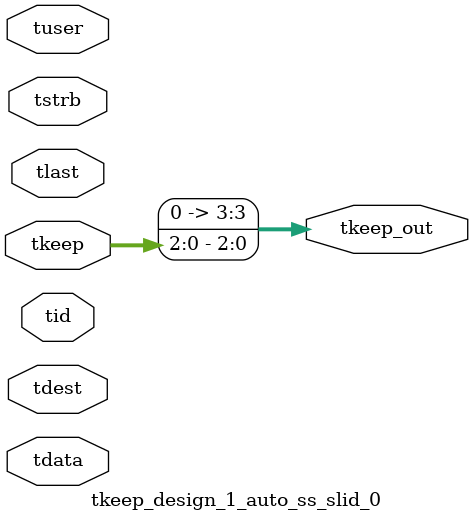
<source format=v>


`timescale 1ps/1ps

module tkeep_design_1_auto_ss_slid_0 #
(
parameter C_S_AXIS_TDATA_WIDTH = 32,
parameter C_S_AXIS_TUSER_WIDTH = 0,
parameter C_S_AXIS_TID_WIDTH   = 0,
parameter C_S_AXIS_TDEST_WIDTH = 0,
parameter C_M_AXIS_TDATA_WIDTH = 32
)
(
input  [(C_S_AXIS_TDATA_WIDTH == 0 ? 1 : C_S_AXIS_TDATA_WIDTH)-1:0     ] tdata,
input  [(C_S_AXIS_TUSER_WIDTH == 0 ? 1 : C_S_AXIS_TUSER_WIDTH)-1:0     ] tuser,
input  [(C_S_AXIS_TID_WIDTH   == 0 ? 1 : C_S_AXIS_TID_WIDTH)-1:0       ] tid,
input  [(C_S_AXIS_TDEST_WIDTH == 0 ? 1 : C_S_AXIS_TDEST_WIDTH)-1:0     ] tdest,
input  [(C_S_AXIS_TDATA_WIDTH/8)-1:0 ] tkeep,
input  [(C_S_AXIS_TDATA_WIDTH/8)-1:0 ] tstrb,
input                                                                    tlast,
output [(C_M_AXIS_TDATA_WIDTH/8)-1:0 ] tkeep_out
);

assign tkeep_out = {tkeep[2:0]};

endmodule


</source>
